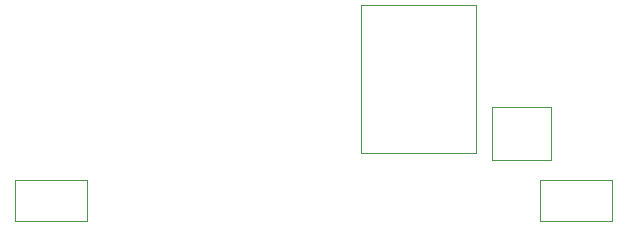
<source format=gbr>
G04 #@! TF.FileFunction,Other,User*
%FSLAX46Y46*%
G04 Gerber Fmt 4.6, Leading zero omitted, Abs format (unit mm)*
G04 Created by KiCad (PCBNEW (2015-06-16 BZR 5762, Git d3b3131)-product) date 9/30/2015 3:41:20 PM*
%MOMM*%
G01*
G04 APERTURE LIST*
%ADD10C,0.100000*%
%ADD11C,0.050000*%
G04 APERTURE END LIST*
D10*
D11*
X160519400Y-82132000D02*
X160519400Y-94682000D01*
X170219400Y-82132000D02*
X170219400Y-94682000D01*
X160519400Y-82132000D02*
X170219400Y-82132000D01*
X160519400Y-94682000D02*
X170219400Y-94682000D01*
X137297100Y-96929000D02*
X131247100Y-96929000D01*
X137297100Y-100429000D02*
X131247100Y-100429000D01*
X137297100Y-96929000D02*
X137297100Y-100429000D01*
X131247100Y-96929000D02*
X131247100Y-100429000D01*
X171634300Y-95238600D02*
X176634300Y-95238600D01*
X176634300Y-95238600D02*
X176634300Y-90738600D01*
X176634300Y-90738600D02*
X171634300Y-90738600D01*
X171634300Y-90738600D02*
X171634300Y-95238600D01*
X181747100Y-96929000D02*
X175697100Y-96929000D01*
X181747100Y-100429000D02*
X175697100Y-100429000D01*
X181747100Y-96929000D02*
X181747100Y-100429000D01*
X175697100Y-96929000D02*
X175697100Y-100429000D01*
M02*

</source>
